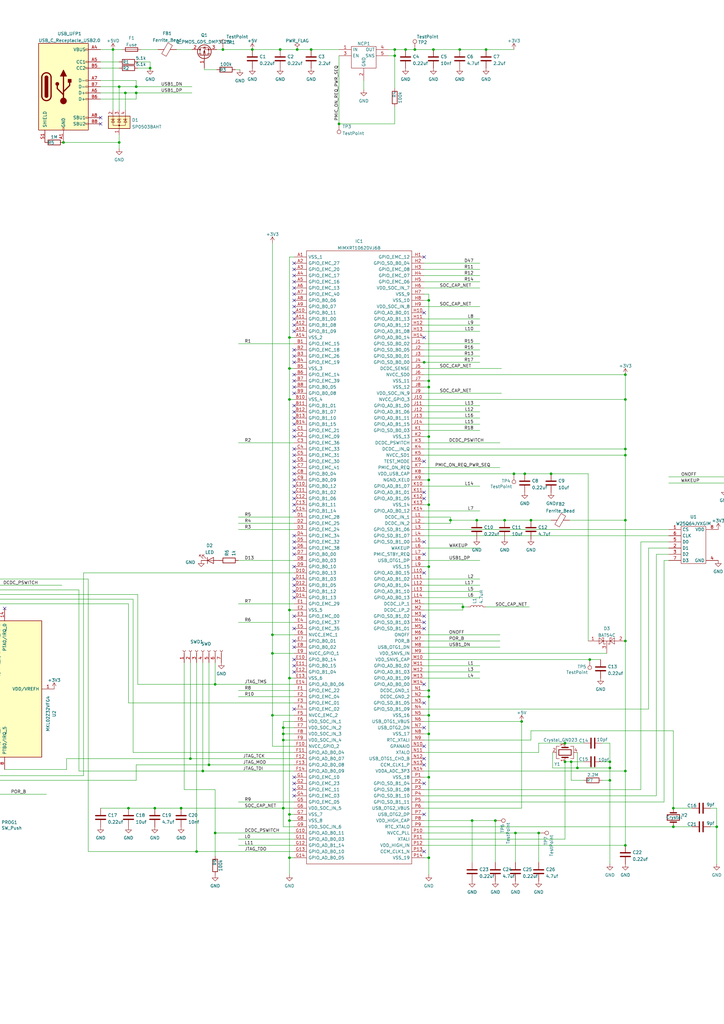
<source format=kicad_sch>
(kicad_sch (version 20231120) (generator "eeschema") (generator_version "8.0")
  (paper "A3" portrait)
  (title_block (title "Teensy 4.1 example design Kicad") (rev "v1.0") (comment 1 "just seq numbered. This makes the schematic quite clumsy, but it works nonetheless.") (comment 2 "SamacSys Library Loader and this is the Quality you'll get. No grouping of pins - ") (comment 3 "Yeah. I know the main MCU symbol is stupidly organized, but I got it from the "))
  (junction (at 116.205 303.53))
  (junction (at 256.54 153.67))
  (junction (at 116.205 300.99))
  (junction (at 256.54 163.83))
  (junction (at 276.225 331.47))
  (junction (at 46.355 20.32))
  (junction (at 118.745 151.13))
  (junction (at 26.035 58.42))
  (junction (at 88.265 280.67))
  (junction (at 63.5 331.47))
  (junction (at 111.76 267.97))
  (junction (at 139.065 50.8))
  (junction (at 118.745 336.55))
  (junction (at 250.19 314.96))
  (junction (at 220.98 341.63))
  (junction (at 294.005 339.09))
  (junction (at 189.865 248.92))
  (junction (at 217.805 213.36))
  (junction (at 91.44 20.32))
  (junction (at 111.76 293.37))
  (junction (at 250.19 320.04))
  (junction (at 213.995 295.91))
  (junction (at 175.895 300.99))
  (junction (at 161.925 22.86))
  (junction (at 210.82 194.31))
  (junction (at 175.895 196.85))
  (junction (at 215.265 194.31))
  (junction (at 226.06 194.31))
  (junction (at 203.2 336.55))
  (junction (at 118.745 334.01))
  (junction (at 118.745 163.83))
  (junction (at 175.895 156.21))
  (junction (at 175.895 179.07))
  (junction (at 118.745 351.79))
  (junction (at 52.705 331.47))
  (junction (at 118.745 278.13))
  (junction (at 48.895 35.56))
  (junction (at 51.435 38.1))
  (junction (at 211.455 341.63))
  (junction (at 175.895 285.75))
  (junction (at 234.315 312.42))
  (junction (at 177.8 20.32))
  (junction (at 175.895 351.79))
  (junction (at 111.76 260.35))
  (junction (at 61.595 27.94))
  (junction (at 80.645 349.25))
  (junction (at 118.745 250.19))
  (junction (at 250.19 312.42))
  (junction (at 256.54 346.71))
  (junction (at 85.725 313.69))
  (junction (at 256.54 262.89))
  (junction (at 88.265 341.63))
  (junction (at 173.99 148.59))
  (junction (at 231.775 312.42))
  (junction (at 195.58 213.36))
  (junction (at 48.895 58.42))
  (junction (at 116.205 331.47))
  (junction (at 199.39 20.32))
  (junction (at 256.54 186.69))
  (junction (at 175.895 293.37))
  (junction (at 127.635 20.32))
  (junction (at 55.88 35.56))
  (junction (at 55.88 38.1))
  (junction (at 231.775 304.8))
  (junction (at 175.895 283.21))
  (junction (at -48.895 282.575))
  (junction (at 241.935 270.51))
  (junction (at 236.855 314.96))
  (junction (at 276.225 339.09))
  (junction (at 175.895 158.75))
  (junction (at 161.925 20.32))
  (junction (at 166.37 20.32))
  (junction (at 188.595 20.32))
  (junction (at 256.54 184.15))
  (junction (at 170.18 20.32))
  (junction (at 193.675 336.55))
  (junction (at 175.895 318.77))
  (junction (at 78.105 311.15))
  (junction (at 103.505 20.32))
  (junction (at 175.895 123.19))
  (junction (at 175.895 232.41))
  (junction (at 118.745 138.43))
  (junction (at 256.54 213.36))
  (junction (at 207.01 213.36))
  (junction (at 121.92 20.32))
  (junction (at 256.54 316.23))
  (junction (at 83.185 316.23))
  (junction (at 114.935 20.32))
  (junction (at 175.895 207.01))
  (junction (at 184.785 213.36))
  (junction (at 74.295 331.47))
  (junction (at 116.205 298.45))
  (no_connect (at 173.99 255.27))
  (no_connect (at 173.99 349.25))
  (no_connect (at 173.99 311.15))
  (no_connect (at 120.65 199.39))
  (no_connect (at 120.65 201.93))
  (no_connect (at 1.905 249.555))
  (no_connect (at 120.65 222.25))
  (no_connect (at 41.275 48.26))
  (no_connect (at 120.65 166.37))
  (no_connect (at 120.65 107.95))
  (no_connect (at 120.65 128.27))
  (no_connect (at 173.99 288.29))
  (no_connect (at 120.65 227.33))
  (no_connect (at 173.99 204.47))
  (no_connect (at 41.275 50.8))
  (no_connect (at 120.65 120.65))
  (no_connect (at 173.99 313.69))
  (no_connect (at 120.65 265.43))
  (no_connect (at 173.99 334.01))
  (no_connect (at 173.99 321.31))
  (no_connect (at 173.99 201.93))
  (no_connect (at 120.65 186.69))
  (no_connect (at 120.65 130.81))
  (no_connect (at -3.175 249.555))
  (no_connect (at 120.65 146.05))
  (no_connect (at 120.65 245.11))
  (no_connect (at 173.99 227.33))
  (no_connect (at 173.99 306.07))
  (no_connect (at 120.65 237.49))
  (no_connect (at 120.65 262.89))
  (no_connect (at 120.65 110.49))
  (no_connect (at 120.65 113.03))
  (no_connect (at 120.65 115.57))
  (no_connect (at 120.65 118.11))
  (no_connect (at 120.65 123.19))
  (no_connect (at 120.65 125.73))
  (no_connect (at 120.65 133.35))
  (no_connect (at 120.65 135.89))
  (no_connect (at 120.65 143.51))
  (no_connect (at 120.65 148.59))
  (no_connect (at 120.65 153.67))
  (no_connect (at 120.65 156.21))
  (no_connect (at 120.65 158.75))
  (no_connect (at 120.65 161.29))
  (no_connect (at 120.65 168.91))
  (no_connect (at 120.65 171.45))
  (no_connect (at 120.65 173.99))
  (no_connect (at 120.65 176.53))
  (no_connect (at 120.65 179.07))
  (no_connect (at 120.65 184.15))
  (no_connect (at 120.65 189.23))
  (no_connect (at 120.65 191.77))
  (no_connect (at 120.65 194.31))
  (no_connect (at 120.65 196.85))
  (no_connect (at 120.65 204.47))
  (no_connect (at 120.65 207.01))
  (no_connect (at 120.65 209.55))
  (no_connect (at 120.65 219.71))
  (no_connect (at 120.65 224.79))
  (no_connect (at 120.65 240.03))
  (no_connect (at 120.65 252.73))
  (no_connect (at 120.65 257.81))
  (no_connect (at 120.65 270.51))
  (no_connect (at 120.65 273.05))
  (no_connect (at 120.65 275.59))
  (no_connect (at 120.65 290.83))
  (no_connect (at 120.65 318.77))
  (no_connect (at 120.65 321.31))
  (no_connect (at 120.65 323.85))
  (no_connect (at 120.65 326.39))
  (no_connect (at 173.99 105.41))
  (no_connect (at 173.99 128.27))
  (no_connect (at 173.99 138.43))
  (no_connect (at 173.99 189.23))
  (no_connect (at 173.99 222.25))
  (no_connect (at 173.99 252.73))
  (no_connect (at 173.99 280.67))
  (no_connect (at 173.99 257.81))
  (no_connect (at 120.65 232.41))
  (no_connect (at 173.99 298.45))
  (no_connect (at 120.65 242.57))
  (no_connect (at 173.99 234.95))
  (wire (pts (xy 173.99 303.53) (xy 217.805 303.53)))
  (wire (pts (xy 217.805 299.72) (xy 276.225 299.72)))
  (wire (pts (xy 217.805 303.53) (xy 217.805 299.72)))
  (wire (pts (xy 276.225 299.72) (xy 276.225 331.47)))
  (wire (pts (xy 316.23 -2.54) (xy 339.09 -2.54)))
  (wire (pts (xy 274.32 195.58) (xy 297.18 195.58)))
  (wire (pts (xy 97.79 346.71) (xy 120.65 346.71)))
  (wire (pts (xy 175.895 351.79) (xy 173.99 351.79)))
  (wire (pts (xy 175.895 358.775) (xy 175.895 351.79)))
  (wire (pts (xy 250.19 312.42) (xy 250.19 314.96)))
  (wire (pts (xy 46.355 20.32) (xy 46.355 45.085)))
  (wire (pts (xy 175.895 207.01) (xy 173.99 207.01)))
  (wire (pts (xy 175.895 232.41) (xy 175.895 207.01)))
  (wire (pts (xy 316.23 33.02) (xy 339.09 33.02)))
  (wire (pts (xy 159.385 20.32) (xy 161.925 20.32)))
  (wire (pts (xy 173.99 191.77) (xy 205.105 191.77)))
  (wire (pts (xy 173.99 285.75) (xy 175.895 285.75)))
  (wire (pts (xy 97.79 229.87) (xy 120.65 229.87)))
  (wire (pts (xy 196.85 199.39) (xy 173.99 199.39)))
  (wire (pts (xy 97.79 285.75) (xy 120.65 285.75)))
  (wire (pts (xy 196.85 146.05) (xy 173.99 146.05)))
  (wire (pts (xy 250.19 312.42) (xy 247.015 312.42)))
  (wire (pts (xy 250.19 304.8) (xy 250.19 312.42)))
  (wire (pts (xy -0.635 325.755) (xy -0.635 315.595)))
  (wire (pts (xy 118.745 151.13) (xy 120.65 151.13)))
  (wire (pts (xy 118.745 163.83) (xy 118.745 151.13)))
  (wire (pts (xy 276.225 339.09) (xy 283.845 339.09)))
  (wire (pts (xy 173.99 270.51) (xy 241.935 270.51)))
  (wire (pts (xy 241.935 270.51) (xy 246.38 270.51)))
  (wire (pts (xy 316.23 74.93) (xy 339.09 74.93)))
  (wire (pts (xy 316.2405 35.56) (xy 339.09 35.56)))
  (wire (pts (xy 316.23 49.53) (xy 339.09 49.53)))
  (wire (pts (xy 91.44 20.32) (xy 88.9 20.32)))
  (wire (pts (xy 103.505 20.32) (xy 91.44 20.32)))
  (wire (pts (xy 308.61 87.63) (xy 339.09 87.63)))
  (wire (pts (xy 27.305 311.15) (xy 27.305 315.595)))
  (wire (pts (xy 27.305 311.15) (xy 78.105 311.15)))
  (wire (pts (xy 27.305 315.595) (xy 1.905 315.595)))
  (wire (pts (xy 78.105 311.15) (xy 120.65 311.15)))
  (wire (pts (xy 276.225 331.47) (xy 283.845 331.47)))
  (wire (pts (xy 316.23 67.31) (xy 339.09 67.31)))
  (wire (pts (xy 196.85 113.03) (xy 173.99 113.03)))
  (wire (pts (xy 316.23 22.86) (xy 339.09 22.86)))
  (wire (pts (xy 316.23 62.23) (xy 339.09 62.23)))
  (wire (pts (xy 196.85 133.35) (xy 173.99 133.35)))
  (wire (pts (xy 173.99 262.89) (xy 205.105 262.89)))
  (wire (pts (xy 236.855 314.96) (xy 250.19 314.96)))
  (wire (pts (xy 97.79 247.65) (xy 120.65 247.65)))
  (wire (pts (xy 55.88 35.56) (xy 78.74 35.56)))
  (wire (pts (xy 173.99 148.59) (xy 173.9795 148.59)))
  (wire (pts (xy 196.8395 148.59) (xy 173.99 148.59)))
  (wire (pts (xy 173.99 186.69) (xy 256.54 186.69)))
  (wire (pts (xy 175.895 120.65) (xy 173.99 120.65)))
  (wire (pts (xy 175.895 123.19) (xy 175.895 120.65)))
  (wire (pts (xy 248.92 267.97) (xy 173.99 267.97)))
  (wire (pts (xy 256.54 213.36) (xy 256.54 262.89)))
  (wire (pts (xy 256.54 262.89) (xy 256.54 316.23)))
  (wire (pts (xy 250.19 320.04) (xy 250.19 314.96)))
  (wire (pts (xy 250.19 354.33) (xy 250.19 320.04)))
  (wire (pts (xy -48.895 280.035) (xy -48.895 282.575)))
  (wire (pts (xy 173.99 247.65) (xy 189.865 247.65)))
  (wire (pts (xy 189.865 247.65) (xy 189.865 248.92)))
  (wire (pts (xy 189.865 248.92) (xy 191.77 248.92)))
  (wire (pts (xy 316.23 12.7) (xy 339.09 12.7)))
  (wire (pts (xy 116.205 295.91) (xy 116.205 298.45)))
  (wire (pts (xy 175.895 293.37) (xy 173.99 293.37)))
  (wire (pts (xy 175.895 300.99) (xy 175.895 293.37)))
  (wire (pts (xy 203.2 336.55) (xy 193.675 336.55)))
  (wire (pts (xy 203.2 353.695) (xy 203.2 336.55)))
  (wire (pts (xy 173.99 161.29) (xy 205.74 161.29)))
  (wire (pts (xy 316.23 0) (xy 339.09 0)))
  (wire (pts (xy 316.23 85.09) (xy 339.09 85.09)))
  (wire (pts (xy 196.85 135.89) (xy 173.99 135.89)))
  (wire (pts (xy 161.925 22.86) (xy 161.925 20.32)))
  (wire (pts (xy 196.85 240.03) (xy 173.99 240.03)))
  (wire (pts (xy 211.455 341.63) (xy 220.98 341.63)))
  (wire (pts (xy 220.98 341.63) (xy 220.98 353.695)))
  (wire (pts (xy 196.85 171.45) (xy 173.99 171.45)))
  (wire (pts (xy 196.85 176.53) (xy 173.99 176.53)))
  (wire (pts (xy 196.85 242.57) (xy 173.99 242.57)))
  (wire (pts (xy 312.42 90.17) (xy 339.09 90.17)))
  (wire (pts (xy 316.23 59.69) (xy 339.09 59.69)))
  (wire (pts (xy 97.79 344.17) (xy 120.65 344.17)))
  (wire (pts (xy 173.99 151.13) (xy 205.74 151.13)))
  (wire (pts (xy 88.265 341.63) (xy 88.265 351.155)))
  (wire (pts (xy 316.23 30.48) (xy 339.09 30.48)))
  (wire (pts (xy -8.255 249.555) (xy -8.255 245.745)))
  (wire (pts (xy 116.205 298.45) (xy 116.205 300.99)))
  (wire (pts (xy 173.99 344.17) (xy 231.775 344.17)))
  (wire (pts (xy 231.775 344.17) (xy 231.775 312.42)))
  (wire (pts (xy 111.76 267.97) (xy 120.65 267.97)))
  (wire (pts (xy 173.99 217.17) (xy 274.32 217.17)))
  (wire (pts (xy 173.99 181.61) (xy 205.105 181.61)))
  (wire (pts (xy 118.745 163.83) (xy 120.65 163.83)))
  (wire (pts (xy 118.745 250.19) (xy 118.745 163.83)))
  (wire (pts (xy 116.205 339.09) (xy 116.205 331.47)))
  (wire (pts (xy 120.65 339.09) (xy 116.205 339.09)))
  (wire (pts (xy 196.85 107.95) (xy 173.99 107.95)))
  (wire (pts (xy 173.99 323.85) (xy 262.89 323.85)))
  (wire (pts (xy 262.89 222.25) (xy 274.32 222.25)))
  (wire (pts (xy 262.89 323.85) (xy 262.89 222.25)))
  (wire (pts (xy 308.61 -7.62) (xy 339.09 -7.62)))
  (wire (pts (xy 41.275 27.94) (xy 48.895 27.94)))
  (wire (pts (xy 339.09 27.94) (xy 316.23 27.94)))
  (wire (pts (xy 247.015 320.04) (xy 250.19 320.04)))
  (wire (pts (xy 41.275 25.4) (xy 48.895 25.4)))
  (wire (pts (xy 175.895 179.07) (xy 173.99 179.07)))
  (wire (pts (xy 175.895 196.85) (xy 175.895 179.07)))
  (wire (pts (xy 175.895 207.01) (xy 175.895 196.85)))
  (wire (pts (xy 196.85 140.97) (xy 173.99 140.97)))
  (wire (pts (xy 175.895 158.75) (xy 173.99 158.75)))
  (wire (pts (xy 175.895 179.07) (xy 175.895 158.75)))
  (wire (pts (xy -3.175 315.595) (xy -3.175 333.375)))
  (wire (pts (xy 103.505 20.32) (xy 114.935 20.32)))
  (wire (pts (xy 127.635 20.32) (xy 139.065 20.32)))
  (wire (pts (xy 256.54 184.15) (xy 173.99 184.15)))
  (wire (pts (xy 256.54 186.69) (xy 256.54 184.15)))
  (wire (pts (xy 256.54 213.36) (xy 256.54 186.69)))
  (wire (pts (xy 97.79 212.09) (xy 120.65 212.09)))
  (wire (pts (xy 116.205 300.99) (xy 120.65 300.99)))
  (wire (pts (xy -8.255 318.135) (xy -8.255 315.595)))
  (wire (pts (xy 34.29 234.95) (xy 34.29 318.135)))
  (wire (pts (xy 34.29 318.135) (xy -8.255 318.135)))
  (wire (pts (xy 120.65 234.95) (xy 34.29 234.95)))
  (wire (pts (xy 316.23 41.91) (xy 339.09 41.91)))
  (wire (pts (xy 316.23 7.62) (xy 339.09 7.62)))
  (wire (pts (xy 316.23 46.99) (xy 339.09 46.99)))
  (wire (pts (xy 220.98 304.8) (xy 220.98 308.61)))
  (wire (pts (xy 231.775 304.8) (xy 220.98 304.8)))
  (wire (pts (xy 118.745 336.55) (xy 118.745 334.01)))
  (wire (pts (xy 139.065 50.8) (xy 139.065 22.86)))
  (wire (pts (xy -10.795 330.2) (xy -5.715 330.2)))
  (wire (pts (xy -15.875 241.935) (xy -15.875 249.555)))
  (wire (pts (xy 78.105 271.78) (xy 78.105 311.15)))
  (wire (pts (xy 196.85 275.59) (xy 173.99 275.59)))
  (wire (pts (xy 231.775 304.8) (xy 239.395 304.8)))
  (wire (pts (xy 114.935 20.32) (xy 121.92 20.32)))
  (wire (pts (xy 121.92 20.32) (xy 127.635 20.32)))
  (wire (pts (xy 316.23 57.15) (xy 339.09 57.15)))
  (wire (pts (xy 199.39 248.92) (xy 217.17 248.92)))
  (wire (pts (xy 316.23 44.45) (xy 339.09 44.45)))
  (wire (pts (xy 173.99 224.79) (xy 196.85 224.79)))
  (wire (pts (xy 118.745 250.19) (xy 120.65 250.19)))
  (wire (pts (xy 118.745 278.13) (xy 118.745 250.19)))
  (wire (pts (xy 316.23 80.01) (xy 339.09 80.01)))
  (wire (pts (xy 48.895 35.56) (xy 48.895 45.085)))
  (wire (pts (xy 97.79 214.63) (xy 120.65 214.63)))
  (wire (pts (xy 96.52 28.575) (xy 98.425 28.575)))
  (wire (pts (xy 316.23 69.85) (xy 339.09 69.85)))
  (wire (pts (xy 233.68 213.36) (xy 256.54 213.36)))
  (wire (pts (xy 48.895 55.245) (xy 48.895 58.42)))
  (wire (pts (xy 48.895 58.42) (xy 48.895 60.96)))
  (wire (pts (xy 63.5 331.47) (xy 74.295 331.47)))
  (wire (pts (xy 74.295 331.47) (xy 116.205 331.47)))
  (wire (pts (xy 291.465 331.47) (xy 294.005 331.47)))
  (wire (pts (xy 294.005 331.47) (xy 294.005 339.09)))
  (wire (pts (xy 294.005 339.09) (xy 294.005 354.33)))
  (wire (pts (xy 56.515 27.94) (xy 61.595 27.94)))
  (wire (pts (xy 116.205 303.53) (xy 120.65 303.53)))
  (wire (pts (xy 111.76 293.37) (xy 120.65 293.37)))
  (wire (pts (xy 118.745 336.55) (xy 118.745 351.79)))
  (wire (pts (xy 118.745 351.79) (xy 118.745 358.775)))
  (wire (pts (xy 55.88 38.1) (xy 78.74 38.1)))
  (wire (pts (xy -10.795 315.595) (xy -10.795 320.04)))
  (wire (pts (xy -10.795 320.04) (xy 55.88 320.04)))
  (wire (pts (xy 55.88 313.69) (xy 85.725 313.69)))
  (wire (pts (xy 55.88 320.04) (xy 55.88 313.69)))
  (wire (pts (xy 85.725 313.69) (xy 120.65 313.69)))
  (wire (pts (xy 97.79 181.61) (xy 120.65 181.61)))
  (wire (pts (xy 149.225 33.02) (xy 149.225 36.83)))
  (wire (pts (xy 196.85 168.91) (xy 173.99 168.91)))
  (wire (pts (xy 97.79 140.97) (xy 120.65 140.97)))
  (wire (pts (xy 118.745 278.13) (xy 118.745 334.01)))
  (wire (pts (xy 118.745 278.13) (xy 120.65 278.13)))
  (wire (pts (xy 316.23 25.4) (xy 339.09 25.4)))
  (wire (pts (xy 97.79 283.21) (xy 120.65 283.21)))
  (wire (pts (xy 316.23 5.08) (xy 339.09 5.08)))
  (wire (pts (xy 173.99 326.39) (xy 269.24 326.39)))
  (wire (pts (xy 269.24 227.33) (xy 274.32 227.33)))
  (wire (pts (xy 269.24 326.39) (xy 269.24 227.33)))
  (wire (pts (xy 173.99 125.73) (xy 196.85 125.73)))
  (wire (pts (xy 83.82 27.94) (xy 83.82 28.575)))
  (wire (pts (xy 83.82 28.575) (xy 88.9 28.575)))
  (wire (pts (xy 175.895 156.21) (xy 173.99 156.21)))
  (wire (pts (xy 175.895 158.75) (xy 175.895 156.21)))
  (wire (pts (xy 173.99 118.11) (xy 196.85 118.11)))
  (wire (pts (xy 88.265 341.63) (xy 120.65 341.63)))
  (wire (pts (xy -31.115 330.2) (xy -31.115 327.025)))
  (wire (pts (xy -26.035 330.2) (xy -31.115 330.2)))
  (wire (pts (xy 175.895 232.41) (xy 173.99 232.41)))
  (wire (pts (xy 175.895 283.21) (xy 175.895 232.41)))
  (wire (pts (xy 175.895 285.75) (xy 175.895 283.21)))
  (wire (pts (xy 175.895 293.37) (xy 175.895 285.75)))
  (wire (pts (xy 175.895 318.77) (xy 173.99 318.77)))
  (wire (pts (xy 175.895 351.79) (xy 175.895 318.77)))
  (wire (pts (xy 118.745 351.79) (xy 120.65 351.79)))
  (wire (pts (xy 173.99 260.35) (xy 205.105 260.35)))
  (wire (pts (xy 88.265 271.78) (xy 88.265 280.67)))
  (wire (pts (xy 231.775 312.42) (xy 234.315 312.42)))
  (wire (pts (xy 234.315 312.42) (xy 239.395 312.42)))
  (wire (pts (xy 316.23 77.47) (xy 339.09 77.47)))
  (wire (pts (xy 57.785 20.32) (xy 64.77 20.32)))
  (wire (pts (xy 316.23 54.61) (xy 339.09 54.61)))
  (wire (pts (xy 173.99 229.87) (xy 196.85 229.87)))
  (wire (pts (xy 226.695 308.61) (xy 226.695 314.96)))
  (wire (pts (xy 226.695 314.96) (xy 236.855 314.96)))
  (wire (pts (xy 236.855 314.96) (xy 236.855 308.61)))
  (wire (pts (xy 72.39 20.32) (xy 78.74 20.32)))
  (wire (pts (xy 291.465 339.09) (xy 294.005 339.09)))
  (wire (pts (xy 46.355 20.32) (xy 50.165 20.32)))
  (wire (pts (xy 41.275 20.32) (xy 46.355 20.32)))
  (wire (pts (xy 316.23 2.54) (xy 339.09 2.54)))
  (wire (pts (xy 173.99 214.63) (xy 184.785 214.63)))
  (wire (pts (xy 184.785 214.63) (xy 184.785 213.36)))
  (wire (pts (xy 297.18 198.12) (xy 274.32 198.12)))
  (wire (pts (xy 85.725 271.78) (xy 85.725 313.69)))
  (wire (pts (xy 196.85 130.81) (xy 173.99 130.81)))
  (wire (pts (xy 175.895 300.99) (xy 173.99 300.99)))
  (wire (pts (xy 175.895 318.77) (xy 175.895 300.99)))
  (wire (pts (xy 175.895 123.19) (xy 173.99 123.19)))
  (wire (pts (xy 175.895 156.21) (xy 175.895 123.19)))
  (wire (pts (xy 316.23 82.55) (xy 339.09 82.55)))
  (wire (pts (xy 173.99 250.19) (xy 189.865 250.19)))
  (wire (pts (xy 189.865 250.19) (xy 189.865 248.92)))
  (wire (pts (xy 161.925 20.32) (xy 166.37 20.32)))
  (wire (pts (xy 166.37 20.32) (xy 170.18 20.32)))
  (wire (pts (xy 170.18 20.32) (xy 177.8 20.32)))
  (wire (pts (xy 177.8 20.32) (xy 188.595 20.32)))
  (wire (pts (xy 199.39 20.32) (xy 210.82 20.32)))
  (wire (pts (xy 173.99 290.83) (xy 266.065 290.83)))
  (wire (pts (xy 266.065 224.79) (xy 274.32 224.79)))
  (wire (pts (xy 266.065 290.83) (xy 266.065 224.79)))
  (wire (pts (xy 118.745 105.41) (xy 120.65 105.41)))
  (wire (pts (xy 118.745 138.43) (xy 118.745 105.41)))
  (wire (pts (xy 196.85 245.11) (xy 173.99 245.11)))
  (wire (pts (xy 316.23 15.24) (xy 339.09 15.24)))
  (wire (pts (xy 316.23 72.39) (xy 339.09 72.39)))
  (wire (pts (xy 159.385 22.86) (xy 161.925 22.86)))
  (wire (pts (xy 316.23 52.07) (xy 339.09 52.07)))
  (wire (pts (xy 213.995 295.91) (xy 213.995 331.47)))
  (wire (pts (xy 173.99 194.31) (xy 210.82 194.31)))
  (wire (pts (xy 210.82 194.31) (xy 215.265 194.31)))
  (wire (pts (xy 215.265 194.31) (xy 226.06 194.31)))
  (wire (pts (xy 196.85 278.13) (xy 173.99 278.13)))
  (wire (pts (xy 226.06 194.31) (xy 241.3 194.31)))
  (wire (pts (xy 241.3 194.31) (xy 241.3 262.89)))
  (wire (pts (xy 316.23 -5.08) (xy 339.09 -5.08)))
  (wire (pts (xy 26.035 58.42) (xy 48.895 58.42)))
  (wire (pts (xy 52.705 331.47) (xy 41.275 331.47)))
  (wire (pts (xy 63.5 331.47) (xy 52.705 331.47)))
  (wire (pts (xy 116.205 331.47) (xy 120.65 331.47)))
  (wire (pts (xy 316.23 17.78) (xy 339.09 17.78)))
  (wire (pts (xy 196.85 209.55) (xy 173.99 209.55)))
  (wire (pts (xy 173.99 212.09) (xy 184.785 212.09)))
  (wire (pts (xy 184.785 212.09) (xy 184.785 213.36)))
  (wire (pts (xy 184.785 213.36) (xy 195.58 213.36)))
  (wire (pts (xy 195.58 213.36) (xy 207.01 213.36)))
  (wire (pts (xy 207.01 213.36) (xy 217.805 213.36)))
  (wire (pts (xy 217.805 213.36) (xy 226.06 213.36)))
  (wire (pts (xy 173.99 153.67) (xy 256.54 153.67)))
  (wire (pts (xy 256.54 153.67) (xy 256.54 163.83)))
  (wire (pts (xy 256.54 163.83) (xy 256.54 184.15)))
  (wire (pts (xy -0.635 247.65) (xy -0.635 249.555)))
  (wire (pts (xy 52.705 247.65) (xy -0.635 247.65)))
  (wire (pts (xy 52.705 288.29) (xy 52.705 247.65)))
  (wire (pts (xy 120.65 288.29) (xy 52.705 288.29)))
  (wire (pts (xy 196.85 173.99) (xy 173.99 173.99)))
  (wire (pts (xy 196.85 273.05) (xy 173.99 273.05)))
  (wire (pts (xy 173.99 196.85) (xy 175.895 196.85)))
  (wire (pts (xy 56.515 280.67) (xy 56.515 243.84)))
  (wire (pts (xy 56.515 280.67) (xy 88.265 280.67)))
  (wire (pts (xy 88.265 280.67) (xy 120.65 280.67)))
  (wire (pts (xy 161.925 43.815) (xy 161.925 50.8)))
  (wire (pts (xy 161.925 50.8) (xy 139.065 50.8)))
  (wire (pts (xy 196.85 110.49) (xy 173.99 110.49)))
  (wire (pts (xy 54.61 308.61) (xy 54.61 245.745)))
  (wire (pts (xy 120.65 308.61) (xy 54.61 308.61)))
  (wire (pts (xy 173.99 336.55) (xy 193.675 336.55)))
  (wire (pts (xy 193.675 336.55) (xy 193.675 353.695)))
  (wire (pts (xy 173.99 295.91) (xy 213.995 295.91)))
  (wire (pts (xy 173.99 265.43) (xy 205.105 265.43)))
  (wire (pts (xy 316.23 20.32) (xy 339.09 20.32)))
  (wire (pts (xy 120.65 295.91) (xy 116.205 295.91)))
  (wire (pts (xy 173.99 341.63) (xy 211.455 341.63)))
  (wire (pts (xy 211.455 341.63) (xy 211.455 353.695)))
  (wire (pts (xy 173.99 328.93) (xy 272.415 328.93)))
  (wire (pts (xy 272.415 229.87) (xy 274.32 229.87)))
  (wire (pts (xy 272.415 328.93) (xy 272.415 229.87)))
  (wire (pts (xy 173.99 163.83) (xy 256.54 163.83)))
  (wire (pts (xy 173.99 331.47) (xy 213.995 331.47)))
  (wire (pts (xy 173.99 219.71) (xy 274.32 219.71)))
  (wire (pts (xy 116.205 298.45) (xy 120.65 298.45)))
  (wire (pts (xy 56.515 25.4) (xy 61.595 25.4)))
  (wire (pts (xy 61.595 25.4) (xy 61.595 27.94)))
  (wire (pts (xy 41.275 40.64) (xy 55.88 40.64)))
  (wire (pts (xy 55.88 40.64) (xy 55.88 38.1)))
  (wire (pts (xy -5.715 240.03) (xy 25.4 240.03)))
  (wire (pts (xy -5.715 249.555) (xy -5.715 240.03)))
  (wire (pts (xy 97.79 328.93) (xy 120.65 328.93)))
  (wire (pts (xy 316.23 10.16) (xy 339.09 10.16)))
  (wire (pts (xy 83.185 271.78) (xy 83.185 316.23)))
  (wire (pts (xy 173.99 308.61) (xy 220.98 308.61)))
  (wire (pts (xy 118.745 138.43) (xy 120.65 138.43)))
  (wire (pts (xy 118.745 151.13) (xy 118.745 138.43)))
  (wire (pts (xy 173.99 283.21) (xy 175.895 283.21)))
  (wire (pts (xy -10.795 243.84) (xy -10.795 249.555)))
  (wire (pts (xy -10.795 243.84) (xy 56.515 243.84)))
  (wire (pts (xy 316.23 64.77) (xy 339.09 64.77)))
  (wire (pts (xy 97.79 217.17) (xy 120.65 217.17)))
  (wire (pts (xy -0.635 325.755) (xy 19.05 325.755)))
  (wire (pts (xy -15.875 241.935) (xy 32.385 241.935)))
  (wire (pts (xy 32.385 241.935) (xy 32.385 316.23)))
  (wire (pts (xy 32.385 316.23) (xy 83.185 316.23)))
  (wire (pts (xy 83.185 316.23) (xy 120.65 316.23)))
  (wire (pts (xy 116.205 300.99) (xy 116.205 303.53)))
  (wire (pts (xy 196.85 143.51) (xy 173.99 143.51)))
  (wire (pts (xy 234.315 320.04) (xy 234.315 312.42)))
  (wire (pts (xy 239.395 320.04) (xy 234.315 320.04)))
  (wire (pts (xy 196.85 115.57) (xy 173.99 115.57)))
  (wire (pts (xy 41.275 38.1) (xy 51.435 38.1)))
  (wire (pts (xy 51.435 38.1) (xy 55.88 38.1)))
  (wire (pts (xy 97.79 255.27) (xy 120.65 255.27)))
  (wire (pts (xy 116.205 303.53) (xy 116.205 331.47)))
  (wire (pts (xy 118.745 334.01) (xy 120.65 334.01)))
  (wire (pts (xy 173.99 339.09) (xy 276.225 339.09)))
  (wire (pts (xy -13.335 237.49) (xy 36.195 237.49)))
  (wire (pts (xy -13.335 249.555) (xy -13.335 237.49)))
  (wire (pts (xy 36.195 237.49) (xy 36.195 349.25)))
  (wire (pts (xy 36.195 349.25) (xy 80.645 349.25)))
  (wire (pts (xy 80.645 349.25) (xy 120.65 349.25)))
  (wire (pts (xy -5.715 315.595) (xy -5.715 330.2)))
  (wire (pts (xy 312.42 -10.16) (xy 339.09 -10.16)))
  (wire (pts (xy 118.745 336.55) (xy 120.65 336.55)))
  (wire (pts (xy 196.85 166.37) (xy 173.99 166.37)))
  (wire (pts (xy 41.275 33.02) (xy 55.88 33.02)))
  (wire (pts (xy 41.275 35.56) (xy 48.895 35.56)))
  (wire (pts (xy 48.895 35.56) (xy 55.88 35.56)))
  (wire (pts (xy 55.88 33.02) (xy 55.88 35.56)))
  (wire (pts (xy 173.99 346.71) (xy 256.54 346.71)))
  (wire (pts (xy 256.54 346.71) (xy 256.54 316.23)))
  (wire (pts (xy 51.435 38.1) (xy 51.435 45.085)))
  (wire (pts (xy 111.76 99.695) (xy 111.76 260.35)))
  (wire (pts (xy 111.76 260.35) (xy 111.76 267.97)))
  (wire (pts (xy 111.76 267.97) (xy 111.76 293.37)))
  (wire (pts (xy 111.76 293.37) (xy 111.76 306.07)))
  (wire (pts (xy 111.76 306.07) (xy 120.65 306.07)))
  (wire (pts (xy -8.255 245.745) (xy 54.61 245.745)))
  (wire (pts (xy 188.595 20.32) (xy 199.39 20.32)))
  (wire (pts (xy 316.23 38.1) (xy 339.09 38.1)))
  (wire (pts (xy 250.19 304.8) (xy 247.015 304.8)))
  (wire (pts (xy 111.76 260.35) (xy 120.65 260.35)))
  (wire (pts (xy 80.645 271.78) (xy 80.645 349.25)))
  (wire (pts (xy 161.925 22.86) (xy 161.925 36.195)))
  (wire (pts (xy 173.99 316.23) (xy 256.54 316.23)))
  (wire (pts (xy 75.565 271.78) (xy 75.565 323.85)))
  (wire (pts (xy 88.265 323.85) (xy 75.565 323.85)))
  (wire (pts (xy 88.265 341.63) (xy 88.265 323.85)))
  (wire (pts (xy 196.85 237.49) (xy 173.99 237.49)))
  (label "R1" (at 100.33 140.97 0))
  (label "R6" (at 100.33 255.27 0))
  (label "L15" (at 194.31 173.99 180))
  (label "L4" (at 194.31 278.13 180))
  (label "R5" (at 318.77 5.08 0))
  (label "JTAG_TCK" (at 99.695 311.15 0))
  (label "SOC_CAP_NET" (at 180.34 118.11 0))
  (label "L5" (at 194.31 242.57 180))
  (label "R17" (at 318.77 35.56 0))
  (label "R1" (at 318.77 -5.08 0))
  (label "R4" (at 318.77 2.54 0))
  (label "POR_B" (at 4.445 325.755 0))
  (label "R12" (at 194.31 113.03 180))
  (label "R3" (at 318.77 0 0))
  (label "R11" (at 194.31 110.49 180))
  (label "L6" (at 318.77 57.15 0))
  (label "SOC_CAP_NET" (at 180.34 125.73 0))
  (label "L13" (at 194.31 166.37 180))
  (label "L11" (at 100.33 346.71 0))
  (label "R18" (at 318.77 38.1 0))
  (label "L10" (at 318.77 67.31 0))
  (label "L14" (at 194.31 199.39 180))
  (label "R7" (at 318.77 10.16 0))
  (label "L14" (at 318.77 77.47 0))
  (label "R2" (at 100.33 181.61 0))
  (label "L17" (at 318.77 85.09 0))
  (label "SOC_CAP_NET" (at 180.34 161.29 0))
  (label "L2" (at 194.31 237.49 180))
  (label "L3" (at 194.31 275.59 180))
  (label "R10" (at 318.77 17.78 0))
  (label "R11" (at 318.77 20.32 0))
  (label "R10" (at 100.33 285.75 0))
  (label "L13" (at 318.77 74.93 0))
  (label "L0" (at 318.77 41.91 0))
  (label "R4" (at 100.33 214.63 0))
  (label "R13" (at 318.77 25.4 0))
  (label "USB1_DN" (at 66.04 35.56 0))
  (label "L0" (at 100.33 344.17 0))
  (label "L16" (at 318.77 82.55 0))
  (label "L16" (at 194.31 171.45 180))
  (label "R18" (at 194.31 176.53 180))
  (label "L1" (at 194.31 273.05 180))
  (label "USB1_DP" (at 66.04 38.1 0))
  (label "R12" (at 318.77 22.86 0))
  (label "R8" (at 318.77 12.7 0))
  (label "L5" (at 318.77 54.61 0))
  (label "L4" (at 318.77 52.07 0))
  (label "L11" (at 318.77 69.85 0))
  (label "L2" (at 318.77 46.99 0))
  (label "L12" (at 194.31 168.91 180))
  (label "DCDC_PSWITCH" (at 1.27 240.03 0))
  (label "R16" (at 318.77 33.02 0))
  (label "POR_B" (at 184.15 262.89 0))
  (label "L9" (at 318.77 64.77 0))
  (label "USB1_DP" (at 184.15 229.87 0))
  (label "L8" (at 194.31 130.81 180))
  (label "SOC_CAP_NET" (at 100.33 331.47 0))
  (label "R6" (at 318.77 7.62 0))
  (label "SOC_CAP_NET" (at 180.34 151.13 0))
  (label "WAKEUP" (at 184.15 224.79 0))
  (label "R17" (at 194.2995 148.59 180))
  (label "WAKEUP" (at 287.02 198.12 180))
  (label "R14" (at 194.31 115.57 180))
  (label "ONOFF" (at 279.4 195.58 0))
  (label "L3" (at 318.77 49.53 0))
  (label "R5" (at 100.33 212.09 0))
  (label "D13" (at 100.33 229.87 0))
  (label "L17" (at 194.31 240.03 180))
  (label "ONOFF" (at 184.15 260.35 0))
  (label "R15" (at 194.31 140.97 180))
  (label "R9" (at 318.77 15.24 0))
  (label "JTAG_MOD" (at 99.695 313.69 0))
  (label "D47" (at 194.31 107.95 180))
  (label "R3" (at 100.33 217.17 0))
  (label "L8" (at 318.77 62.23 0))
  (label "R15" (at 318.77 30.48 0))
  (label "R14" (at 318.77 27.94 0))
  (label "R9" (at 100.33 328.93 0))
  (label "L10" (at 194.31 135.89 180))
  (label "L7" (at 194.31 209.55 180))
  (label "DCDC_PSWITCH" (at 184.15 181.61 0))
  (label "SOC_CAP_NET" (at 203.2 248.92 0))
  (label "R16" (at 194.31 143.51 180))
  (label "L1" (at 318.77 44.45 0))
  (label "L15" (at 318.77 80.01 0))
  (label "JTAG_TMS" (at 100.33 280.67 0))
  (label "USB1_DN" (at 184.15 265.43 0))
  (label "JTAG_TDO" (at 100.33 349.25 0))
  (label "DCDC_PSWITCH" (at 100.33 341.63 0))
  (label "R13" (at 194.31 146.05 180))
  (label "L12" (at 318.77 72.39 0))
  (label "JTAG_TDI" (at 99.695 316.23 0))
  (label "PMIC_ON_REQ_PWR_SEQ" (at 178.435 191.77 0))
  (label "L6" (at 194.31 245.11 180))
  (label "PMIC_ON_REQ_PWR_SEQ" (at 139.065 49.53 90))
  (label "R7" (at 100.33 247.65 0))
  (label "R8" (at 100.33 283.21 0))
  (label "L9" (at 194.31 133.35 180))
  (label "L7" (at 318.77 59.69 0))
  (label "R2" (at 318.77 -2.54 0))
  (symbol (lib_id "power:GND") (at 82.55 229.87 0) (mirror y) (unit 1)
    (property "Reference" "#PWR032" (effects (hide yes)))
    (property "Value" "GND" (at 78.105 230.6224 0))
  )
  (symbol (lib_id "power:+3V3") (at 210.82 20.32 0) (unit 1)
    (property "Reference" "#PWR03" (effects (hide yes)))
    (property "Value" "+3V3" (at 210.82 16.7155 0))
  )
  (symbol (lib_id "Mechanical:MountingHole") (at 342.9 142.24 0) (unit 1) (in_bom no)
    (property "Reference" "H3" (at 345.44 140.97 0) (effects (justify left)))
    (property "Value" "MountingHole" (at 345.44 143.5099 0) (effects (justify left)))
    (property "Footprint" "MountingHole:MountingHole_2.7mm_M2.5_DIN965_Pad_TopBottom" (effects (hide yes)))
  )
  (symbol (lib_id "power:GND") (at 207.01 220.98 0) (unit 1)
    (property "Reference" "#PWR030" (effects (hide yes)))
    (property "Value" "GND" (at 207.01 225.5424 0))
  )
  (symbol (lib_id "Device:C") (at 199.39 24.13 0) (unit 1)
    (property "Reference" "C7" (at 202.311 23.2215 0) (effects (justify left)))
    (property "Value" "2.2uf" (at 202.311 25.9966 0) (effects (justify left)))
    (property "Footprint" "Capacitor_SMD:C_0603_1608Metric" (effects (hide yes)))
    (property "MFGR" "Jellybean (X7R or better)" (effects (hide yes)))
    (property "MPN" "CL10B225KP8NNNC" (effects (hide yes)))
  )
  (symbol (lib_id "power:GND") (at 199.39 27.94 0) (unit 1)
    (property "Reference" "#PWR011" (effects (hide yes)))
    (property "Value" "GND" (at 199.39 32.5024 0))
  )
  (symbol (lib_id "Connector:TestPoint") (at 241.935 270.51 180) (unit 1)
    (property "Reference" "TP5" (at 240.538 273.4505 0) (effects (justify left)))
    (property "Value" "TestPoint" (at 241.173 275.7554 0) (effects (justify left)))
    (property "Footprint" "TestPoint:TestPoint_Pad_D1.0mm" (effects (hide yes)))
  )
  (symbol (lib_id "Connector:Conn_01x03_Male") (at 302.26 198.12 0) (mirror y) (unit 1)
    (property "Reference" "J3" (at 302.9712 198.4815 0) (effects (justify right)))
    (property "Value" "Conn_01x03_Male" (at 302.9712 201.2566 0) (effects (justify right)))
    (property "Footprint" "Connector_PinHeader_2.54mm:PinHeader_1x03_P2.54mm_Vertical" (effects (hide yes)))
  )
  (symbol (lib_id "power:+5V") (at 103.505 20.32 0) (unit 1)
    (property "Reference" "#PWR02" (effects (hide yes)))
    (property "Value" "+5V" (at 103.505 16.7155 0))
  )
  (symbol (lib_id "Device:C") (at 195.58 217.17 0) (unit 1)
    (property "Reference" "C10" (at 198.501 216.2615 0) (effects (justify left)))
    (property "Value" "0.22uf" (at 198.501 219.0366 0) (effects (justify left)))
    (property "Footprint" "Capacitor_SMD:C_0603_1608Metric" (effects (hide yes)))
    (property "MFGR" "Jellybean (X7R or better)" (effects (hide yes)))
    (property "MPN" "CC0603KRX7R6BB224" (effects (hide yes)))
  )
  (symbol (lib_id "power:GND") (at 226.06 201.93 0) (unit 1)
    (property "Reference" "#PWR027" (effects (hide yes)))
    (property "Value" "GND" (at 226.06 206.4924 0))
  )
  (symbol (lib_id "Device:Crystal") (at 276.225 335.28 90) (unit 1)
    (property "Reference" "Y2" (at 279.5524 334.3715 90) (effects (justify right)))
    (property "Value" "Crystal" (at 273.2024 335.2416 90) (effects (justify right)))
    (property "Footprint" "Crystal:Crystal_SMD_2012-2Pin_2.0x1.2mm" (effects (hide yes)))
    (property "MFGR" "Abracon" (effects (hide yes)))
    (property "MPN" "ABS06-32.768KHZ-9-1-T" (effects (hide yes)))
  )
  (symbol (lib_id "power:+5V") (at 308.61 -7.62 0) (unit 1)
    (property "Reference" "#PWR014" (effects (hide yes)))
    (property "Value" "+5V" (at 308.61 -11.2245 0))
  )
  (symbol (lib_id "Device:C") (at 215.265 198.12 0) (unit 1)
    (property "Reference" "C8" (at 218.186 197.2115 0) (effects (justify left)))
    (property "Value" "0.22uf" (at 218.186 199.9866 0) (effects (justify left)))
    (property "Footprint" "Capacitor_SMD:C_0603_1608Metric" (effects (hide yes)))
    (property "MFGR" "Jellybean (X7R or better)" (effects (hide yes)))
    (property "MPN" "CC0603KRX7R6BB224" (effects (hide yes)))
  )
  (symbol (lib_id "Device:R") (at 93.98 229.87 270) (unit 1)
    (property "Reference" "R6" (at 93.0715 228.092 0) (effects (justify right)))
    (property "Value" "1k" (at 95.8466 228.092 0) (effects (justify right)))
    (property "Footprint" "Resistor_SMD:R_0402_1005Metric" (effects (hide yes)))
  )
  (symbol (lib_id "Device:Ferrite_Bead") (at 68.58 20.32 90) (unit 1)
    (property "Reference" "FB1" (at 68.58 13.7119 90))
    (property "Value" "Ferrite_Bead" (at 68.58 16.487 90))
    (property "Footprint" "Resistor_SMD:R_0805_2012Metric" (effects (hide yes)))
    (property "MFGR" "Taiyo Yuden" (effects (hide yes)))
    (property "MPN" "FBMH2012HM121-T‎" (effects (hide yes)))
  )
  (symbol (lib_id "Device:R") (at -14.605 330.2 270) (unit 1)
    (property "Reference" "R8" (at -15.5135 328.422 0) (effects (justify right)))
    (property "Value" "1k" (at -12.7384 328.422 0) (effects (justify right)))
    (property "Footprint" "Resistor_SMD:R_0402_1005Metric" (effects (hide yes)))
  )
  (symbol (lib_id "power:GND") (at 256.54 354.33 0) (unit 1)
    (property "Reference" "#PWR046" (effects (hide yes)))
    (property "Value" "GND" (at 256.54 358.8924 0))
  )
  (symbol (lib_id "Connector:USB_C_Receptacle_USB2.0") (at 26.035 35.56 0) (unit 1)
    (property "Reference" "USB_UFP1" (at 28.5115 13.8134 0))
    (property "Value" "USB_C_Receptacle_USB2.0" (at 28.5115 16.5885 0))
    (property "Footprint" "acheron_Connectors:USB_C_Receptacle_Hroparts_TYPE-C-31-M-12" (effects (hide yes)))
    (property "Datasheet" "https://www.usb.org/sites/default/files/documents/usb_type-c.zip" (effects (hide yes)))
  )
  (symbol (lib_id "Device:C") (at 103.505 24.13 0) (unit 1)
    (property "Reference" "C1" (at 106.426 23.2215 0) (effects (justify left)))
    (property "Value" "0.22uf" (at 106.426 25.9966 0) (effects (justify left)))
    (property "Footprint" "Capacitor_SMD:C_0603_1608Metric" (effects (hide yes)))
    (property "MFGR" "Jellybean (X7R or better)" (effects (hide yes)))
    (property "MPN" "CC0603KRX7R6BB224" (effects (hide yes)))
  )
  (symbol (lib_id "power:GND") (at -48.895 282.575 0) (mirror y) (unit 1)
    (property "Reference" "#PWR036" (effects (hide yes)))
    (property "Value" "GND" (at -48.895 287.1374 0))
  )
  (symbol (lib_id "power:GND") (at 203.2 361.315 0) (unit 1)
    (property "Reference" "#PWR052" (effects (hide yes)))
    (property "Value" "GND" (at 203.2 365.8774 0))
  )
  (symbol (lib_id "Device:R") (at 22.225 58.42 270) (unit 1)
    (property "Reference" "R5" (at 20.955 58.5175 90))
    (property "Value" "1M" (at 22.225 56.2126 90))
    (property "Footprint" "Resistor_SMD:R_0603_1608Metric" (effects (hide yes)))
  )
  (symbol (lib_id "power:GND") (at 63.5 339.09 0) (unit 1)
    (property "Reference" "#PWR042" (effects (hide yes)))
    (property "Value" "GND" (at 63.5 343.6524 0))
  )
  (symbol (lib_id "power:GND") (at 98.425 28.575 0) (unit 1)
    (property "Reference" "#PWR012" (effects (hide yes)))
    (property "Value" "GND" (at 98.425 33.1374 0))
  )
  (symbol (lib_id "Device:C") (at 256.54 350.52 0) (unit 1)
    (property "Reference" "C22" (at 259.461 349.6115 0) (effects (justify left)))
    (property "Value" "0.22uf" (at 259.461 352.3866 0) (effects (justify left)))
    (property "Footprint" "Capacitor_SMD:C_0603_1608Metric" (effects (hide yes)))
    (property "MFGR" "Jellybean (X7R or better)" (effects (hide yes)))
    (property "MPN" "CC0603KRX7R6BB224" (effects (hide yes)))
  )
  (symbol (lib_id "power:GND") (at 211.455 361.315 0) (unit 1)
    (property "Reference" "#PWR053" (effects (hide yes)))
    (property "Value" "GND" (at 211.455 365.8774 0))
  )
  (symbol (lib_id "power:+3V3") (at 111.76 99.695 0) (unit 1)
    (property "Reference" "#PWR019" (effects (hide yes)))
    (property "Value" "+3V3" (at 111.76 96.0905 0))
  )
  (symbol (lib_id "Switch:SW_Push") (at -3.175 338.455 270) (unit 1)
    (property "Reference" "PROG1" (at 0.5842 337.2866 90) (effects (justify left)))
    (property "Value" "SW_Push" (at 0.5842 339.598 90) (effects (justify left)))
    (property "Footprint" "ToyTronics:KMR241GLFS" (effects (hide yes)))
    (property "MFGR" "C&K" (effects (hide yes)))
    (property "MPN" "KMR241GLFS" (effects (hide yes)))
  )
  (symbol (lib_id "Device:Fuse") (at 53.975 20.32 90) (unit 1)
    (property "Reference" "F1" (at 53.975 15.5915 90))
    (property "Value" "Fuse" (at 53.975 18.3666 90))
    (property "Footprint" "Resistor_SMD:R_0805_2012Metric" (effects (hide yes)))
    (property "MFGR" "Bel Fuse Inc" (effects (hide yes)))
    (property "MPN" "0ZCK0050FF2E" (effects (hide yes)))
  )
  (symbol (lib_id "Power_Protection:SP0503BAHT") (at 48.895 50.165 0) (unit 1)
    (property "Reference" "D1" (at 54.102 49.2565 0) (effects (justify left)))
    (property "Value" "SP0503BAHT" (at 54.102 52.0316 0) (effects (justify left)))
    (property "Footprint" "Package_TO_SOT_SMD:SOT-143" (effects (hide yes)))
    (property "Datasheet" "http://www.littelfuse.com/~/media/files/littelfuse/technical%20resources/documents/data%20sheets/sp05xxba.pdf" (effects (hide yes)))
  )
  (symbol (lib_id "power:GND") (at 297.18 200.66 0) (unit 1)
    (property "Reference" "#PWR025" (effects (hide yes)))
    (property "Value" "GND" (at 297.18 205.2224 0))
  )
  (symbol (lib_id "Device:C") (at 41.275 335.28 0) (unit 1)
    (property "Reference" "C17" (at 44.196 334.3715 0) (effects (justify left)))
    (property "Value" "0.22uf" (at 44.196 337.1466 0) (effects (justify left)))
    (property "Footprint" "Capacitor_SMD:C_0603_1608Metric" (effects (hide yes)))
    (property "MFGR" "Jellybean (X7R or better)" (effects (hide yes)))
    (property "MPN" "CC0603KRX7R6BB224" (effects (hide yes)))
  )
  (symbol (lib_id "Device:C") (at 220.98 357.505 0) (unit 1)
    (property "Reference" "C26" (at 223.901 356.5965 0) (effects (justify left)))
    (property "Value" "4.7uf" (at 223.901 359.3716 0) (effects (justify left)))
    (property "Footprint" "Capacitor_SMD:C_0603_1608Metric" (effects (hide yes)))
    (property "MFGR" "Jellybean (X7R or better)" (effects (hide yes)))
    (property "MPN" "CL10B475KQ8NQNC" (effects (hide yes)))
  )
  (symbol (lib_id "Diode:BAT54C") (at 248.92 262.89 0) (unit 1)
    (property "Reference" "D3" (at 248.92 257.7804 0))
    (property "Value" "BAT54C" (at 248.92 260.5555 0))
    (property "Footprint" "Package_TO_SOT_SMD:SOT-23" (effects (hide yes)))
    (property "Datasheet" "http://www.diodes.com/_files/datasheets/ds11005.pdf" (effects (hide yes)))
  )
  (symbol (lib_id "Device:LED") (at 86.36 229.87 0) (mirror x) (unit 1)
    (property "Reference" "D2" (at 85.979 223.7445 0))
    (property "Value" "LED" (at 85.979 226.5196 0))
    (property "Footprint" "LED_SMD:LED_0402_1005Metric" (effects (hide yes)))
  )
  (symbol (lib_id "Device:C") (at 114.935 24.13 0) (unit 1)
    (property "Reference" "C2" (at 117.856 23.2215 0) (effects (justify left)))
    (property "Value" "0.22uf" (at 117.856 25.9966 0) (effects (justify left)))
    (property "Footprint" "Capacitor_SMD:C_0603_1608Metric" (effects (hide yes)))
    (property "MFGR" "Jellybean (X7R or better)" (effects (hide yes)))
    (property "MPN" "CC0603KRX7R6BB224" (effects (hide yes)))
  )
  (symbol (lib_id "power:GND") (at 52.705 339.09 0) (unit 1)
    (property "Reference" "#PWR041" (effects (hide yes)))
    (property "Value" "GND" (at 52.705 343.6524 0))
  )
  (symbol (lib_id "Connector:TestPoint") (at 139.065 50.8 180) (unit 1)
    (property "Reference" "TP3" (at 140.462 51.9234 0) (effects (justify right)))
    (property "Value" "TestPoint" (at 140.462 54.6985 0) (effects (justify right)))
    (property "Footprint" "TestPoint:TestPoint_Pad_D1.0mm" (effects (hide yes)))
  )
  (symbol (lib_id "Device:C") (at 211.455 357.505 0) (unit 1)
    (property "Reference" "C25" (at 214.376 356.5965 0) (effects (justify left)))
    (property "Value" "0.22uf" (at 214.376 359.3716 0) (effects (justify left)))
    (property "Footprint" "Capacitor_SMD:C_0603_1608Metric" (effects (hide yes)))
    (property "MFGR" "Jellybean (X7R or better)" (effects (hide yes)))
    (property "MPN" "CC0603KRX7R6BB224" (effects (hide yes)))
  )
  (symbol (lib_id "power:GND") (at 149.225 36.83 0) (unit 1)
    (property "Reference" "#PWR013" (effects (hide yes)))
    (property "Value" "GND" (at 149.225 41.3924 0))
  )
  (symbol (lib_id "power:GND") (at 61.595 27.94 0) (unit 1)
    (property "Reference" "#PWR04" (effects (hide yes)))
    (property "Value" "GND" (at 61.595 32.5024 0))
  )
  (symbol (lib_id "Device:LED") (at -22.225 330.2 180) (unit 1)
    (property "Reference" "D4" (at -22.7526 327.279 90) (effects (justify right)))
    (property "Value" "LED" (at -19.9775 327.279 90) (effects (justify right)))
    (property "Footprint" "LED_SMD:LED_0402_1005Metric" (effects (hide yes)))
  )
  (symbol (lib_id "Device:C") (at 287.655 331.47 90) (unit 1)
    (property "Reference" "C16" (at 283.845 330.4245 90))
    (property "Value" "9pf" (at 291.465 330.0246 90))
    (property "Footprint" "Capacitor_SMD:C_0603_1608Metric" (effects (hide yes)))
    (property "MFGR" "Jellybean (X7R or better)" (effects (hide yes)))
    (property "MPN" "GRM1885C1H9R0DA01D" (effects (hide yes)))
  )
  (symbol (lib_id "Mechanical:MountingHole_Pad") (at 342.9 148.59 0) (unit 1) (in_bom no)
    (property "Reference" "H4" (at 345.44 146.304 0) (effects (justify left)))
    (property "Value" "MountingHole" (at 345.44 148.844 0) (effects (justify left)))
    (property "Footprint" "MountingHole:MountingHole_2.7mm_M2.5_DIN965_Pad_TopBottom" (effects (hide yes)))
  )
  (symbol (lib_id "Device:C") (at 188.595 24.13 0) (unit 1)
    (property "Reference" "C6" (at 191.516 23.2215 0) (effects (justify left)))
    (property "Value" "4.7uf" (at 191.516 25.9966 0) (effects (justify left)))
    (property "Footprint" "Capacitor_SMD:C_0603_1608Metric" (effects (hide yes)))
    (property "MFGR" "Jellybean (X7R or better)" (effects (hide yes)))
    (property "MPN" "CL10B475KQ8NQNC" (effects (hide yes)))
  )
  (symbol (lib_id "power:PWR_FLAG") (at 121.92 20.32 0) (unit 1)
    (property "Reference" "#FLG01" (effects (hide yes)))
    (property "Value" "PWR_FLAG" (at 121.92 16.7155 0))
  )
  (symbol (lib_id "power:GND") (at 177.8 27.94 0) (unit 1)
    (property "Reference" "#PWR09" (effects (hide yes)))
    (property "Value" "GND" (at 177.8 32.5024 0))
  )
  (symbol (lib_id "power:+3V3") (at -31.115 327.025 0) (unit 1)
    (property "Reference" "#PWR039" (effects (hide yes)))
    (property "Value" "+3V3" (at -31.115 323.4205 0))
  )
  (symbol (lib_id "Device:R") (at 92.71 28.575 270) (unit 1)
    (property "Reference" "R3" (at 91.44 28.6725 90))
    (property "Value" "100k" (at 92.71 26.3676 90))
    (property "Footprint" "Resistor_SMD:R_0603_1608Metric" (effects (hide yes)))
  )
  (symbol (lib_id "Device:Crystal_GND24") (at 231.775 308.61 90) (unit 1)
    (property "Reference" "Y1" (at 227.3301 313.4165 90) (effects (justify right)))
    (property "Value" "Crystal_GND23" (at 222.8851 303.4916 90) (effects (justify right)))
    (property "Footprint" "Crystal:Crystal_SMD_Abracon_ABM3B-4Pin_5.0x3.2mm" (effects (hide yes)))
  )
  (symbol (lib_id "power:GND") (at 215.265 201.93 0) (unit 1)
    (property "Reference" "#PWR026" (effects (hide yes)))
    (property "Value" "GND" (at 215.265 206.4924 0))
  )
  (symbol (lib_id "MCU_NXP_Kinetis:MKL02Z32VFG4") (at -13.335 282.575 270) (unit 1)
    (property "Reference" "U2" (at 22.225 292.735 0))
    (property "Value" "MKL02Z32VFG4" (at 19.685 292.735 0))
    (property "Footprint" "Package_DFN_QFN:QFN-16-1EP_3x3mm_P0.5mm_EP1.8x1.8mm" (effects (hide yes)))
    (property "Datasheet" "http://www.nxp.com/docs/en/data-sheet/KL02P32M48SF0.pdf" (effects (hide yes)))
    (property "MFGR" "Supplied by Roest Coffee" (effects (hide yes)))
    (property "MPN" "Custom firmware part" (effects (hide yes)))
  )
  (symbol (lib_id "power:GND") (at 188.595 27.94 0) (unit 1)
    (property "Reference" "#PWR010" (effects (hide yes)))
    (property "Value" "GND" (at 188.595 32.5024 0))
  )
  (symbol (lib_id "power:GND") (at 103.505 27.94 0) (unit 1)
    (property "Reference" "#PWR05" (effects (hide yes)))
    (property "Value" "GND" (at 103.505 32.5024 0))
  )
  (symbol (lib_id "power:GND") (at 74.295 339.09 0) (unit 1)
    (property "Reference" "#PWR043" (effects (hide yes)))
    (property "Value" "GND" (at 74.295 343.6524 0))
  )
  (symbol (lib_id "Device:C") (at 74.295 335.28 0) (unit 1)
    (property "Reference" "C20" (at 77.216 334.3715 0) (effects (justify left)))
    (property "Value" "10nf" (at 77.216 337.1466 0) (effects (justify left)))
    (property "Footprint" "Capacitor_SMD:C_0603_1608Metric" (effects (hide yes)))
    (property "MFGR" "Jellybean (X7R or better)" (effects (hide yes)))
    (property "MPN" "0603B103K160CT" (effects (hide yes)))
  )
  (symbol (lib_id "MIMXRT1062DVJ6B:MIMXRT1062DVJ6B") (at 120.65 105.41 0) (unit 1)
    (property "Reference" "IC1" (at 147.32 98.9543 0))
    (property "Value" "MIMXRT1062DVJ6B" (at 147.32 101.7294 0))
    (property "Footprint" "MIMXRT1062DVJ6B:BGA196C80P14X14_1200X1200X152" (effects (hide yes)))
    (property "Datasheet" "https://www.nxp.com/docs/en/nxp/data-sheets/IMXRT1060CEC.pdf" (effects (hide yes)))
    (property "Description" "IC MCU 32BIT EXT MEM 196MAPBGA" (effects (hide yes)))
    (property "Height" "1.52" (effects (hide yes)))
    (property "Mouser Part Number" "771-MIMXRT1062DVJ6B" (effects (hide yes)))
    (property "Mouser Price/Stock" "https://www.mouser.co.uk/ProductDetail/NXP-Semiconductors/MIMXRT1062DVJ6B?qs=BJlw7L4Cy7%252B08A9rbTO5WQ%3D%3D" (effects (hide yes)))
    (property "Manufacturer_Name" "NXP" (effects (hide yes)))
    (property "Manufacturer_Part_Number" "MIMXRT1062DVJ6B" (effects (hide yes)))
  )
  (symbol (lib_id "MIMXRT1062DVJ6B:W25Q64VXGIM") (at 284.48 223.52 0) (mirror y) (unit 1)
    (property "Reference" "U1" (at 284.48 211.9843 0))
    (property "Value" "W25Q64JVXGIM" (at 284.48 214.7594 0))
    (property "Footprint" "MIMXRT1062DVJ6B:XSON8_4x4mm" (effects (hide yes)))
  )
  (symbol (lib_id "Device:C") (at 243.205 312.42 90) (unit 1)
    (property "Reference" "C15" (at 239.395 311.3745 90))
    (property "Value" "10pf" (at 247.65 311.6096 90))
    (property "Footprint" "Capacitor_SMD:C_0603_1608Metric" (effects (hide yes)))
    (property "MFGR" "Jellybean (X7R or better)" (effects (hide yes)))
    (property "MPN" "CC0603KRX7R6BB224" (effects (hide yes)))
  )
  (symbol (lib_id "power:GND") (at -3.175 343.535 0) (unit 1)
    (property "Reference" "#PWR044" (effects (hide yes)))
    (property "Value" "GND" (at -3.048 347.9292 0))
  )
  (symbol (lib_id "Device:C") (at 207.01 217.17 0) (unit 1)
    (property "Reference" "C11" (at 209.931 216.2615 0) (effects (justify left)))
    (property "Value" "10uf" (at 209.931 219.0366 0) (effects (justify left)))
    (property "Footprint" "Capacitor_SMD:C_0805_2012Metric" (effects (hide yes)))
    (property "MFGR" "Jellybean (X7R or better)" (effects (hide yes)))
    (property "MPN" "GRM21BR71A106KA73K" (effects (hide yes)))
  )
  (symbol (lib_id "power:GND") (at 217.805 220.98 0) (unit 1)
    (property "Reference" "#PWR031" (effects (hide yes)))
    (property "Value" "GND" (at 217.805 225.5424 0))
  )
  (symbol (lib_id "Connector_Generic:Conn_01x20") (at 344.17 12.7 0) (unit 1)
    (property "Reference" "J1" (at 346.71 12.6999 0) (effects (justify left)))
    (property "Value" "Conn_01x20" (at 346.71 15.2399 0) (effects (justify left)))
    (property "Footprint" "Connector_FFC-FPC:Hirose_FH12-20S-0.5SH_1x20-1MP_P0.50mm_Horizontal" (effects (hide yes)))
    (property "Description" "Generic connector, single row, 01x20, script generated (kicad-library-utils/schlib/autogen/connector/)" (effects (hide yes)))
  )
  (symbol (lib_id "power:+3V3") (at 22.225 282.575 0) (unit 1)
    (property "Reference" "#PWR037" (effects (hide yes)))
    (property "Value" "+3V3" (at 22.225 278.9705 0))
  )
  (symbol (lib_id "Device:C") (at 52.705 335.28 0) (unit 1)
    (property "Reference" "C18" (at 55.626 334.3715 0) (effects (justify left)))
    (property "Value" "10uf" (at 55.626 337.1466 0) (effects (justify left)))
    (property "Footprint" "Capacitor_SMD:C_0805_2012Metric" (effects (hide yes)))
    (property "MFGR" "Jellybean (X7R or better)" (effects (hide yes)))
    (property "MPN" "GRM21BR71A106KA73K" (effects (hide yes)))
  )
  (symbol (lib_id "power:GND") (at 342.9 151.13 0) (unit 1)
    (property "Reference" "#PWR020" (effects (hide yes)))
    (property "Value" "GND" (at 342.9 155.6924 0))
  )
  (symbol (lib_id "power:GND") (at 175.895 358.775 0) (unit 1)
    (property "Reference" "#PWR050" (effects (hide yes)))
    (property "Value" "GND" (at 175.895 363.3374 0))
  )
  (symbol (lib_id "Device:R") (at 88.265 354.965 180) (unit 1)
    (property "Reference" "R9" (at 88.1675 353.695 90))
    (property "Value" "100k" (at 90.4724 354.965 90))
    (property "Footprint" "Resistor_SMD:R_0603_1608Metric" (effects (hide yes)))
  )
  (symbol (lib_id "power:GND") (at 312.42 90.17 0) (unit 1)
    (property "Reference" "#PWR018" (effects (hide yes)))
    (property "Value" "GND" (at 312.42 94.7324 0))
  )
  (symbol (lib_id "Device:C") (at 127.635 24.13 0) (unit 1)
    (property "Reference" "C3" (at 130.556 23.2215 0) (effects (justify left)))
    (property "Value" "2.2uf" (at 130.556 25.9966 0) (effects (justify left)))
    (property "Footprint" "Capacitor_SMD:C_0603_1608Metric" (effects (hide yes)))
    (property "MFGR" "Jellybean (X7R or better)" (effects (hide yes)))
    (property "MPN" "CL10B225KP8NNNC" (effects (hide yes)))
  )
  (symbol (lib_id "Device:R") (at 52.705 27.94 270) (unit 1)
    (property "Reference" "R2" (at 51.6303 27.9795 90))
    (property "Value" "5.1k" (at 57.785 26.3676 90))
    (property "Footprint" "Resistor_SMD:R_0603_1608Metric" (effects (hide yes)))
    (property "MFGR" "Jellybean" (effects (hide yes)))
    (property "MPN" "RC0603FR-075K1L" (effects (hide yes)))
  )
  (symbol (lib_id "power:+5V") (at 213.995 295.91 0) (unit 1)
    (property "Reference" "#PWR038" (effects (hide yes)))
    (property "Value" "+5V" (at 213.995 292.3055 0))
  )
  (symbol (lib_id "Device:C") (at 287.655 339.09 90) (unit 1)
    (property "Reference" "C21" (at 283.845 338.0445 90))
    (property "Value" "9pf" (at 291.465 337.6446 90))
    (property "Footprint" "Capacitor_SMD:C_0603_1608Metric" (effects (hide yes)))
    (property "MFGR" "Jellybean (X7R or better)" (effects (hide yes)))
    (property "MPN" "GRM1885C1H9R0DA01D" (effects (hide yes)))
  )
  (symbol (lib_id "Device:C") (at 226.06 198.12 0) (unit 1)
    (property "Reference" "C9" (at 228.981 197.2115 0) (effects (justify left)))
    (property "Value" "10uf" (at 228.981 199.9866 0) (effects (justify left)))
    (property "Footprint" "Capacitor_SMD:C_0805_2012Metric" (effects (hide yes)))
    (property "MFGR" "Jellybean (X7R or better)" (effects (hide yes)))
    (property "MPN" "GRM21BR71A106KA73K" (effects (hide yes)))
  )
  (symbol (lib_id "power:GND") (at 41.275 339.09 0) (unit 1)
    (property "Reference" "#PWR040" (effects (hide yes)))
    (property "Value" "GND" (at 41.275 343.6524 0))
  )
  (symbol (lib_id "power:GND") (at 246.38 278.13 0) (unit 1)
    (property "Reference" "#PWR035" (effects (hide yes)))
    (property "Value" "GND" (at 246.38 282.6924 0))
  )
  (symbol (lib_id "power:GND") (at 294.64 229.87 0) (mirror y) (unit 1)
    (property "Reference" "#PWR033" (effects (hide yes)))
    (property "Value" "GND" (at 294.64 234.4324 0))
  )
  (symbol (lib_id "Device:C") (at 243.205 304.8 90) (unit 1)
    (property "Reference" "C14" (at 239.395 303.7545 90))
    (property "Value" "10pf" (at 247.015 303.3546 90))
    (property "Footprint" "Capacitor_SMD:C_0603_1608Metric" (effects (hide yes)))
    (property "MFGR" "Jellybean (X7R or better)" (effects (hide yes)))
    (property "MPN" "CC0603KRX7R6BB224" (effects (hide yes)))
  )
  (symbol (lib_id "Device:R") (at 243.205 320.04 270) (unit 1)
    (property "Reference" "R7" (at 241.935 320.1375 90))
    (property "Value" "2.2M" (at 243.205 317.8326 90))
    (property "Footprint" "Resistor_SMD:R_0603_1608Metric" (effects (hide yes)))
  )
  (symbol (lib_id "Device:C") (at 166.37 24.13 0) (unit 1)
    (property "Reference" "C4" (at 169.291 23.2215 0) (effects (justify left)))
    (property "Value" "0.22uf" (at 169.291 25.9966 0) (effects (justify left)))
    (property "Footprint" "Capacitor_SMD:C_0603_1608Metric" (effects (hide yes)))
    (property "MFGR" "Jellybean (X7R or better)" (effects (hide yes)))
    (property "MPN" "CC0603KRX7R6BB224" (effects (hide yes)))
  )
  (symbol (lib_id "power:GND") (at 250.19 354.33 0) (unit 1)
    (property "Reference" "#PWR045" (effects (hide yes)))
    (property "Value" "GND" (at 250.19 358.8924 0))
  )
  (symbol (lib_id "power:+3V3") (at 312.42 -10.16 0) (unit 1)
    (property "Reference" "#PWR017" (effects (hide yes)))
    (property "Value" "+3V3" (at 312.42 -13.7645 0))
  )
  (symbol (lib_id "power:GND") (at 193.675 361.315 0) (unit 1)
    (property "Reference" "#PWR051" (effects (hide yes)))
    (property "Value" "GND" (at 193.675 365.8774 0))
  )
  (symbol (lib_id "Device:C") (at 246.38 274.32 0) (unit 1)
    (property "Reference" "C13" (at 249.301 273.4115 0) (effects (justify left)))
    (property "Value" "0.22uf" (at 249.301 276.1866 0) (effects (justify left)))
    (property "Footprint" "Capacitor_SMD:C_0603_1608Metric" (effects (hide yes)))
    (property "MFGR" "Jellybean (X7R or better)" (effects (hide yes)))
    (property "MPN" "CC0603KRX7R6BB224" (effects (hide yes)))
  )
  (symbol (lib_id "power:GND") (at 308.61 87.63 0) (unit 1)
    (property "Reference" "#PWR021" (effects (hide yes)))
    (property "Value" "GND" (at 308.61 92.1924 0))
  )
  (symbol (lib_id "Connector:TestPoint") (at 203.2 336.55 270) (unit 1)
    (property "Reference" "TP6" (at 206.1405 337.947 0) (effects (justify left)))
    (property "Value" "TestPoint" (at 208.4454 337.312 0) (effects (justify left)))
    (property "Footprint" "TestPoint:TestPoint_Pad_D1.0mm" (effects (hide yes)))
  )
  (symbol (lib_id "Device:L") (at 195.58 248.92 90) (unit 1)
    (property "Reference" "L1" (at 194.6715 247.65 0) (effects (justify left)))
    (property "Value" "4.7uH" (at 197.4466 247.65 0) (effects (justify left)))
    (property "Footprint" "Capacitor_SMD:C_0805_2012Metric" (effects (hide yes)))
    (property "MPN" "LQM21PN4R7MGRD" (effects (hide yes)))
  )
  (symbol (lib_id "power:+3V3") (at 294.64 217.17 0) (mirror y) (unit 1)
    (property "Reference" "#PWR028" (effects (hide yes)))
    (property "Value" "+3V3" (at 294.64 213.5655 0))
  )
  (symbol (lib_id "Connector:TestPoint") (at 91.44 20.32 0) (unit 1)
    (property "Reference" "TP1" (at 92.837 17.3795 0) (effects (justify left)))
    (property "Value" "TestPoint" (at 92.837 15.0746 0) (effects (justify left)))
    (property "Footprint" "TestPoint:TestPoint_Pad_D1.0mm" (effects (hide yes)))
  )
  (symbol (lib_id "Device:C") (at 203.2 357.505 0) (unit 1)
    (property "Reference" "C24" (at 206.121 356.5965 0) (effects (justify left)))
    (property "Value" "4.7uf" (at 206.121 359.3716 0) (effects (justify left)))
    (property "Footprint" "Capacitor_SMD:C_0603_1608Metric" (effects (hide yes)))
    (property "MFGR" "Jellybean (X7R or better)" (effects (hide yes)))
    (property "MPN" "CL10B475KQ8NQNC" (effects (hide yes)))
  )
  (symbol (lib_id "Device:C") (at 63.5 335.28 0) (unit 1)
    (property "Reference" "C19" (at 66.421 334.3715 0) (effects (justify left)))
    (property "Value" "4.7uf" (at 66.421 337.1466 0) (effects (justify left)))
    (property "Footprint" "Capacitor_SMD:C_0603_1608Metric" (effects (hide yes)))
    (property "MFGR" "Jellybean (X7R or better)" (effects (hide yes)))
    (property "MPN" "CL10B475KQ8NQNC" (effects (hide yes)))
  )
  (symbol (lib_id "Device:C") (at 177.8 24.13 0) (unit 1)
    (property "Reference" "C5" (at 180.721 23.2215 0) (effects (justify left)))
    (property "Value" "10nf" (at 180.721 25.9966 0) (effects (justify left)))
    (property "Footprint" "Capacitor_SMD:C_0603_1608Metric" (effects (hide yes)))
    (property "MFGR" "Jellybean (X7R or better)" (effects (hide yes)))
    (property "MPN" "0603B103K160CT" (effects (hide yes)))
  )
  (symbol (lib_id "power:GND") (at 127.635 27.94 0) (unit 1)
    (property "Reference" "#PWR07" (effects (hide yes)))
    (property "Value" "GND" (at 127.635 32.5024 0))
  )
  (symbol (lib_id "Device:R") (at 52.705 25.4 270) (unit 1)
    (property "Reference" "R1" (at 51.6303 25.4395 90))
    (property "Value" "5.1k" (at 57.785 23.8276 90))
    (property "Footprint" "Resistor_SMD:R_0603_1608Metric" (effects (hide yes)))
    (property "MFGR" "Jellybean" (effects (hide yes)))
    (property "MPN" "RC0603FR-075K1L" (effects (hide yes)))
  )
  (symbol (lib_id "Connector:TestPoint") (at 220.98 341.63 270) (unit 1)
    (property "Reference" "TP7" (at 223.9205 343.027 0) (effects (justify left)))
    (property "Value" "TestPoint" (at 226.2254 342.392 0) (effects (justify left)))
    (property "Footprint" "TestPoint:TestPoint_Pad_D1.0mm" (effects (hide yes)))
  )
  (symbol (lib_id "power:GND") (at 90.805 271.78 0) (mirror y) (unit 1)
    (property "Reference" "#PWR034" (effects (hide yes)))
    (property "Value" "GND" (at 90.805 276.3424 0))
  )
  (symbol (lib_id "power:+3V3") (at 256.54 153.67 0) (unit 1)
    (property "Reference" "#PWR022" (effects (hide yes)))
    (property "Value" "+3V3" (at 256.54 150.0655 0))
  )
  (symbol (lib_id "Connector:TestPoint") (at 170.18 20.32 0) (unit 1)
    (property "Reference" "TP2" (at 171.577 17.3795 0) (effects (justify left)))
    (property "Value" "TestPoint" (at 170.942 15.0746 0) (effects (justify left)))
    (property "Footprint" "TestPoint:TestPoint_Pad_D1.0mm" (effects (hide yes)))
  )
  (symbol (lib_id "Device:Q_PMOS_GDS") (at 83.82 22.86 90) (unit 1)
    (property "Reference" "Q1" (at 83.82 14.423 90))
    (property "Value" "Q_PMOS_GDS_DMP3125L" (at 83.82 17.1981 90))
    (property "Footprint" "Package_TO_SOT_SMD:SOT-23" (effects (hide yes)))
    (property "Datasheet" "https://www.diodes.com/assets/Datasheets/DMP3125L.pdf" (effects (hide yes)))
  )
  (symbol (lib_id "Connector:TestPoint") (at 210.82 194.31 180) (unit 1)
    (property "Reference" "TP4" (at 209.423 197.2505 0) (effects (justify left)))
    (property "Value" "TestPoint" (at 210.058 199.5554 0) (effects (justify left)))
    (property "Footprint" "TestPoint:TestPoint_Pad_D1.0mm" (effects (hide yes)))
  )
  (symbol (lib_id "power:GND") (at 118.745 358.775 0) (mirror y) (unit 1)
    (property "Reference" "#PWR049" (effects (hide yes)))
    (property "Value" "GND" (at 118.745 363.3374 0))
  )
  (symbol (lib_id "Mechanical:MountingHole") (at 342.9 132.08 0) (unit 1) (in_bom no)
    (property "Reference" "H1" (at 345.44 130.8099 0) (effects (justify left)))
    (property "Value" "MountingHole" (at 345.44 133.3499 0) (effects (justify left)))
    (property "Footprint" "MountingHole:MountingHole_2.7mm_M2.5_DIN965_Pad_TopBottom" (effects (hide yes)))
  )
  (symbol (lib_id "power:+5VD") (at 46.355 20.32 0) (unit 1)
    (property "Reference" "#PWR01" (effects (hide yes)))
    (property "Value" "+5VD" (at 46.355 16.7155 0))
  )
  (symbol (lib_id "Connector_Generic:Conn_01x20") (at 344.17 64.77 0) (unit 1)
    (property "Reference" "J2" (at 346.71 64.7699 0) (effects (justify left)))
    (property "Value" "Conn_01x20" (at 346.71 67.3099 0) (effects (justify left)))
    (property "Footprint" "Connector_FFC-FPC:Hirose_FH12-20S-0.5SH_1x20-1MP_P0.50mm_Horizontal" (effects (hide yes)))
    (property "Description" "Generic connector, single row, 01x20, script generated (kicad-library-utils/schlib/autogen/connector/)" (effects (hide yes)))
  )
  (symbol (lib_id "power:GND") (at 195.58 220.98 0) (unit 1)
    (property "Reference" "#PWR029" (effects (hide yes)))
    (property "Value" "GND" (at 195.58 225.5424 0))
  )
  (symbol (lib_id "power:GND") (at 294.005 354.33 0) (unit 1)
    (property "Reference" "#PWR047" (effects (hide yes)))
    (property "Value" "GND" (at 294.005 358.8924 0))
  )
  (symbol (lib_id "ToyTronics2:OnSemi NCP692, fixed version") (at 149.225 22.86 0) (unit 1)
    (property "Reference" "NCP1" (at 149.225 17.9093 0))
    (property "Value" "OnSemi NCP692, fixed version" (effects (hide yes)))
    (property "Footprint" "Package_DFN_QFN:DFN-6-1EP_3x3mm_P0.95mm_EP1.7x2.6mm" (effects (hide yes)))
    (property "Datasheet" "https://www.onsemi.com/pdf/datasheet/ncp690-d.pdf" (effects (hide yes)))
    (property "MFGR" "Onsemi" (effects (hide yes)))
    (property "MPN" "NCP692MN33T2G" (effects (hide yes)))
  )
  (symbol (lib_id "power:GND") (at 114.935 27.94 0) (unit 1)
    (property "Reference" "#PWR06" (effects (hide yes)))
    (property "Value" "GND" (at 114.935 32.5024 0))
  )
  (symbol (lib_id "Connector:Conn_01x07_Female") (at 83.185 266.7 90) (unit 1)
    (property "Reference" "SWD1" (at 78.0542 263.2134 90) (effects (justify right)))
    (property "Value" "SWD" (at 82.4992 264.0835 90) (effects (justify right)))
    (property "Footprint" "Connector_PinHeader_1.27mm:PinHeader_1x07_P1.27mm_Vertical" (effects (hide yes)))
  )
  (symbol (lib_id "power:GND") (at 48.895 60.96 0) (unit 1)
    (property "Reference" "#PWR016" (effects (hide yes)))
    (property "Value" "GND" (at 48.895 65.5224 0))
  )
  (symbol (lib_id "power:GND") (at 166.37 27.94 0) (unit 1)
    (property "Reference" "#PWR08" (effects (hide yes)))
    (property "Value" "GND" (at 166.37 32.5024 0))
  )
  (symbol (lib_id "Device:Ferrite_Bead") (at 229.87 213.36 90) (unit 1)
    (property "Reference" "FB2" (at 229.87 206.7519 90))
    (property "Value" "Ferrite_Bead" (at 229.87 209.527 90))
    (property "Footprint" "Resistor_SMD:R_0805_2012Metric" (effects (hide yes)))
    (property "MFGR" "Taiyo Yuden" (effects (hide yes)))
    (property "MPN" "FBMH2012HM121-T‎" (effects (hide yes)))
  )
  (symbol (lib_id "Device:C") (at 193.675 357.505 0) (unit 1)
    (property "Reference" "C23" (at 196.596 356.5965 0) (effects (justify left)))
    (property "Value" "0.22uf" (at 196.596 359.3716 0) (effects (justify left)))
    (property "Footprint" "Capacitor_SMD:C_0603_1608Metric" (effects (hide yes)))
    (property "MFGR" "Jellybean (X7R or better)" (effects (hide yes)))
    (property "MPN" "CC0603KRX7R6BB224" (effects (hide yes)))
  )
  (symbol (lib_id "Device:C") (at 217.805 217.17 0) (unit 1)
    (property "Reference" "C12" (at 220.726 216.2615 0) (effects (justify left)))
    (property "Value" "4.7uf" (at 220.726 219.0366 0) (effects (justify left)))
    (property "Footprint" "Capacitor_SMD:C_0603_1608Metric" (effects (hide yes)))
    (property "MFGR" "Jellybean (X7R or better)" (effects (hide yes)))
    (property "MPN" "CL10B475KQ8NQNC" (effects (hide yes)))
  )
  (symbol (lib_id "power:GND") (at 88.265 358.775 0) (mirror y) (unit 1)
    (property "Reference" "#PWR048" (effects (hide yes)))
    (property "Value" "GND" (at 88.265 363.3374 0))
  )
  (symbol (lib_id "Device:R") (at 161.925 40.005 180) (unit 1)
    (property "Reference" "R4" (at 161.8275 38.735 90))
    (property "Value" "100k" (at 164.1324 40.005 90))
    (property "Footprint" "Resistor_SMD:R_0603_1608Metric" (effects (hide yes)))
  )
  (symbol (lib_id "power:GND") (at 220.98 361.315 0) (unit 1)
    (property "Reference" "#PWR054" (effects (hide yes)))
    (property "Value" "GND" (at 220.98 365.8774 0))
  )
  (symbol (lib_id "Mechanical:MountingHole") (at 342.9 137.16 0) (unit 1) (in_bom no)
    (property "Reference" "H2" (at 345.44 135.8899 0) (effects (justify left)))
    (property "Value" "MountingHole" (at 345.44 138.4299 0) (effects (justify left)))
    (property "Footprint" "MountingHole:MountingHole_2.7mm_M2.5_DIN965_Pad_TopBottom" (effects (hide yes)))
  )
)
</source>
